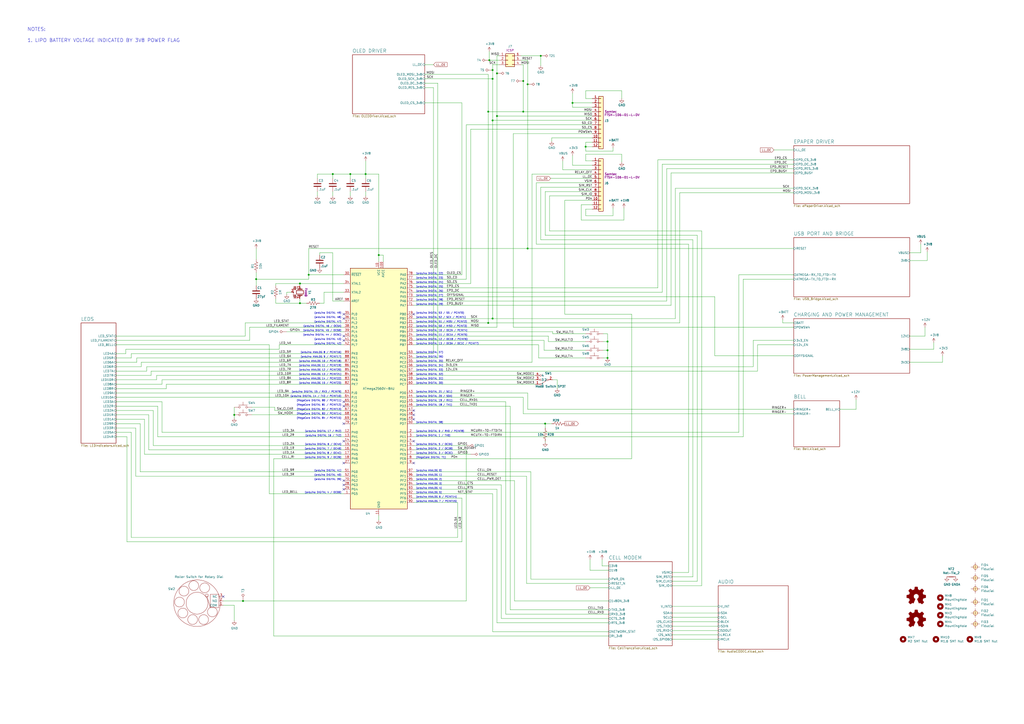
<source format=kicad_sch>
(kicad_sch (version 20211123) (generator eeschema)
  (paper "A2")
  (title_block (title "4G ROTARY CELLPHONE MAINBOARD") (company "J. Haupt") (comment 1 "Sky's Edge"))
  (junction (at 313.69 32.385))
  (junction (at 285.75 45.72))
  (junction (at 219.71 147.955))
  (junction (at 173.99 175.895))
  (junction (at 285.75 40.64))
  (junction (at 303.53 46.99))
  (junction (at 288.29 67.31))
  (junction (at 352.425 207.645))
  (junction (at 306.07 48.895))
  (junction (at 173.99 164.465))
  (junction (at 332.105 59.69))
  (junction (at 285.75 184.785))
  (junction (at 212.09 100.965))
  (junction (at 283.845 34.925))
  (junction (at 352.425 203.2))
  (junction (at 303.53 64.77))
  (junction (at 288.29 42.545))
  (junction (at 316.23 245.745))
  (junction (at 140.97 348.615))
  (junction (at 148.59 161.925))
  (junction (at 339.725 85.09))
  (junction (at 283.21 64.77))
  (junction (at 193.04 100.965))
  (junction (at 306.07 144.145))
  (junction (at 285.75 69.85))
  (junction (at 352.425 198.12))
  (junction (at 135.89 240.665))
  (junction (at 283.21 187.325))
  (junction (at 179.07 159.385))
  (junction (at 203.2 100.965))
  (no_connect (at 199.39 268.605))
  (no_connect (at 199.39 184.785))
  (no_connect (at 199.39 245.745))
  (no_connect (at 240.03 240.665))
  (no_connect (at 240.03 268.605))
  (no_connect (at 199.39 235.585))
  (no_connect (at 199.39 194.945))
  (no_connect (at 199.39 255.905))
  (no_connect (at 199.39 281.305))
  (no_connect (at 199.39 278.765))
  (no_connect (at 129.54 346.075))
  (no_connect (at 240.03 238.125))
  (no_connect (at 199.39 182.245))
  (no_connect (at 240.03 243.205))
  (no_connect (at 240.03 255.905))
  (no_connect (at 199.39 283.845))
  (no_connect (at 199.39 197.485))
  (no_connect (at 240.03 182.245))
  (no_connect (at 199.39 233.045))
  (wire (pts (xy 384.175 169.545) (xy 384.175 95.25)))
  (wire (pts (xy 407.035 339.725) (xy 389.89 339.725)))
  (wire (pts (xy 332.105 59.69) (xy 343.535 59.69)))
  (wire (pts (xy 240.03 220.345) (xy 310.515 220.345)))
  (wire (pts (xy 81.28 245.745) (xy 81.28 273.685)))
  (wire (pts (xy 148.59 150.495) (xy 148.59 144.145)))
  (wire (pts (xy 240.03 273.685) (xy 307.975 273.685)))
  (wire (pts (xy 240.03 233.045) (xy 293.37 233.045)))
  (wire (pts (xy 88.9 238.125) (xy 88.9 258.445)))
  (wire (pts (xy 240.03 187.325) (xy 283.21 187.325)))
  (wire (pts (xy 240.03 263.525) (xy 273.05 263.525)))
  (wire (pts (xy 536.575 194.945) (xy 536.575 189.865)))
  (wire (pts (xy 448.945 86.995) (xy 460.375 86.995)))
  (wire (pts (xy 416.56 355.6) (xy 389.89 355.6)))
  (wire (pts (xy 73.025 202.565) (xy 161.925 202.565)))
  (wire (pts (xy 414.655 206.375) (xy 460.375 206.375)))
  (wire (pts (xy 67.31 200.025) (xy 156.21 200.025)))
  (wire (pts (xy 327.66 116.205) (xy 327.66 182.245)))
  (wire (pts (xy 353.06 330.835) (xy 342.265 330.835)))
  (wire (pts (xy 355.6 87.63) (xy 355.6 85.725)))
  (wire (pts (xy 288.29 32.385) (xy 289.56 32.385)))
  (wire (pts (xy 212.09 113.665) (xy 212.09 111.125)))
  (wire (pts (xy 173.99 165.735) (xy 173.99 164.465)))
  (wire (pts (xy 90.805 217.805) (xy 199.39 217.805)))
  (wire (pts (xy 352.425 198.12) (xy 352.425 203.2)))
  (wire (pts (xy 240.03 258.445) (xy 270.51 258.445)))
  (wire (pts (xy 349.885 203.2) (xy 352.425 203.2)))
  (wire (pts (xy 343.535 64.77) (xy 303.53 64.77)))
  (wire (pts (xy 343.535 118.745) (xy 337.185 118.745)))
  (wire (pts (xy 323.215 220.345) (xy 320.675 220.345)))
  (wire (pts (xy 212.09 93.345) (xy 212.09 100.965)))
  (wire (pts (xy 173.99 175.895) (xy 177.8 175.895)))
  (wire (pts (xy 332.105 95.885) (xy 332.105 90.17)))
  (wire (pts (xy 240.03 278.765) (xy 298.45 278.765)))
  (wire (pts (xy 527.685 194.945) (xy 536.575 194.945)))
  (wire (pts (xy 81.915 212.725) (xy 67.31 212.725)))
  (wire (pts (xy 339.725 89.535) (xy 339.725 93.345)))
  (wire (pts (xy 160.02 175.895) (xy 173.99 175.895)))
  (wire (pts (xy 156.21 286.385) (xy 156.21 200.025)))
  (wire (pts (xy 79.375 207.645) (xy 199.39 207.645)))
  (wire (pts (xy 73.025 205.105) (xy 67.31 205.105)))
  (wire (pts (xy 76.2 205.105) (xy 76.2 207.645)))
  (wire (pts (xy 93.98 233.045) (xy 93.98 250.825)))
  (wire (pts (xy 240.03 192.405) (xy 320.675 192.405)))
  (wire (pts (xy 283.21 64.77) (xy 283.21 187.325)))
  (wire (pts (xy 283.21 187.325) (xy 394.335 187.325)))
  (wire (pts (xy 339.725 85.09) (xy 343.535 85.09)))
  (wire (pts (xy 352.425 193.675) (xy 352.425 198.12)))
  (wire (pts (xy 135.89 236.22) (xy 135.89 240.665)))
  (wire (pts (xy 144.78 197.485) (xy 144.78 189.865)))
  (wire (pts (xy 332.105 53.975) (xy 332.105 59.69)))
  (wire (pts (xy 313.69 32.385) (xy 302.26 32.385)))
  (wire (pts (xy 313.69 108.585) (xy 313.69 139.065)))
  (wire (pts (xy 199.39 263.525) (xy 83.82 263.525)))
  (wire (pts (xy 313.69 38.1) (xy 313.69 32.385)))
  (wire (pts (xy 135.89 351.155) (xy 129.54 351.155)))
  (wire (pts (xy 144.78 189.865) (xy 199.39 189.865)))
  (wire (pts (xy 158.75 266.065) (xy 158.75 368.935)))
  (wire (pts (xy 297.815 189.865) (xy 460.375 189.865)))
  (wire (pts (xy 76.2 205.105) (xy 199.39 205.105)))
  (wire (pts (xy 389.89 358.14) (xy 416.56 358.14)))
  (wire (pts (xy 386.715 174.625) (xy 386.715 97.79)))
  (wire (pts (xy 339.725 85.09) (xy 339.725 87.63)))
  (wire (pts (xy 254 48.26) (xy 254 207.645)))
  (wire (pts (xy 85.09 212.725) (xy 85.09 215.265)))
  (wire (pts (xy 146.05 240.665) (xy 199.39 240.665)))
  (wire (pts (xy 315.595 203.2) (xy 339.725 203.2)))
  (wire (pts (xy 339.725 57.15) (xy 339.725 52.705)))
  (wire (pts (xy 428.625 250.825) (xy 428.625 159.385)))
  (wire (pts (xy 353.06 353.695) (xy 295.91 353.695)))
  (wire (pts (xy 343.535 74.93) (xy 273.05 74.93)))
  (wire (pts (xy 240.03 164.465) (xy 273.05 164.465)))
  (wire (pts (xy 312.42 207.645) (xy 339.725 207.645)))
  (wire (pts (xy 87.63 215.265) (xy 87.63 217.805)))
  (wire (pts (xy 219.71 100.965) (xy 219.71 147.955)))
  (wire (pts (xy 85.09 215.265) (xy 67.31 215.265)))
  (wire (pts (xy 199.39 266.065) (xy 158.75 266.065)))
  (wire (pts (xy 273.05 74.93) (xy 273.05 164.465)))
  (wire (pts (xy 285.75 286.385) (xy 240.03 286.385)))
  (wire (pts (xy 86.36 240.665) (xy 86.36 260.985)))
  (wire (pts (xy 391.795 109.22) (xy 460.375 109.22)))
  (wire (pts (xy 78.74 248.285) (xy 67.31 248.285)))
  (wire (pts (xy 360.68 89.535) (xy 339.725 89.535)))
  (wire (pts (xy 303.53 230.505) (xy 303.53 240.03)))
  (wire (pts (xy 93.98 220.345) (xy 93.98 222.885)))
  (wire (pts (xy 78.74 276.225) (xy 199.39 276.225)))
  (wire (pts (xy 283.845 34.925) (xy 289.56 34.925)))
  (wire (pts (xy 159.385 236.22) (xy 146.05 236.22)))
  (wire (pts (xy 240.03 227.965) (xy 306.07 227.965)))
  (wire (pts (xy 76.2 207.645) (xy 67.31 207.645)))
  (wire (pts (xy 283.21 43.18) (xy 246.38 43.18)))
  (wire (pts (xy 179.07 144.145) (xy 306.07 144.145)))
  (wire (pts (xy 187.96 169.545) (xy 199.39 169.545)))
  (wire (pts (xy 326.39 93.345) (xy 326.39 98.425)))
  (wire (pts (xy 270.51 72.39) (xy 270.51 161.925)))
  (wire (pts (xy 318.135 194.945) (xy 318.135 198.12)))
  (wire (pts (xy 384.175 95.25) (xy 460.375 95.25)))
  (wire (pts (xy 76.2 250.825) (xy 67.31 250.825)))
  (wire (pts (xy 399.415 141.605) (xy 311.15 141.605)))
  (wire (pts (xy 343.535 67.31) (xy 288.29 67.31)))
  (wire (pts (xy 270.51 260.985) (xy 270.51 348.615)))
  (wire (pts (xy 436.88 212.725) (xy 436.88 197.485)))
  (wire (pts (xy 332.105 95.885) (xy 343.535 95.885)))
  (wire (pts (xy 240.03 174.625) (xy 386.715 174.625)))
  (wire (pts (xy 527.685 210.185) (xy 546.735 210.185)))
  (wire (pts (xy 83.82 243.205) (xy 83.82 263.525)))
  (wire (pts (xy 307.975 335.915) (xy 353.06 335.915)))
  (wire (pts (xy 343.535 103.505) (xy 319.405 103.505)))
  (wire (pts (xy 404.495 136.525) (xy 404.495 337.185)))
  (wire (pts (xy 308.61 100.965) (xy 308.61 210.185)))
  (wire (pts (xy 343.535 77.47) (xy 297.815 77.47)))
  (wire (pts (xy 240.03 194.945) (xy 318.135 194.945)))
  (wire (pts (xy 311.15 141.605) (xy 311.15 106.045)))
  (wire (pts (xy 320.675 192.405) (xy 320.675 193.675)))
  (wire (pts (xy 79.375 210.185) (xy 67.31 210.185)))
  (wire (pts (xy 342.265 330.835) (xy 342.265 324.485)))
  (wire (pts (xy 135.89 242.57) (xy 135.89 240.665)))
  (wire (pts (xy 251.46 50.8) (xy 246.38 50.8)))
  (wire (pts (xy 414.655 172.085) (xy 414.655 206.375)))
  (wire (pts (xy 343.535 57.15) (xy 339.725 57.15)))
  (wire (pts (xy 67.31 230.505) (xy 199.39 230.505)))
  (wire (pts (xy 187.96 175.895) (xy 187.96 169.545)))
  (wire (pts (xy 240.03 184.785) (xy 285.75 184.785)))
  (wire (pts (xy 142.24 187.325) (xy 199.39 187.325)))
  (wire (pts (xy 203.2 100.965) (xy 203.2 103.505)))
  (wire (pts (xy 416.56 360.68) (xy 389.89 360.68)))
  (wire (pts (xy 83.82 243.205) (xy 67.31 243.205)))
  (wire (pts (xy 534.035 141.605) (xy 534.035 146.685)))
  (wire (pts (xy 339.725 87.63) (xy 355.6 87.63)))
  (wire (pts (xy 76.2 311.785) (xy 76.2 250.825)))
  (wire (pts (xy 87.63 217.805) (xy 67.31 217.805)))
  (wire (pts (xy 270.51 72.39) (xy 343.535 72.39)))
  (wire (pts (xy 67.31 227.965) (xy 199.39 227.965)))
  (wire (pts (xy 349.885 198.12) (xy 352.425 198.12)))
  (wire (pts (xy 159.385 238.125) (xy 199.39 238.125)))
  (wire (pts (xy 326.39 98.425) (xy 343.535 98.425)))
  (wire (pts (xy 254 207.645) (xy 240.03 207.645)))
  (wire (pts (xy 240.03 215.265) (xy 439.42 215.265)))
  (wire (pts (xy 240.03 169.545) (xy 384.175 169.545)))
  (wire (pts (xy 166.37 169.545) (xy 168.91 169.545)))
  (wire (pts (xy 460.375 161.925) (xy 431.165 161.925)))
  (wire (pts (xy 320.04 80.01) (xy 343.535 80.01)))
  (wire (pts (xy 285.75 45.72) (xy 285.75 69.85)))
  (wire (pts (xy 343.535 116.205) (xy 327.66 116.205)))
  (wire (pts (xy 91.44 253.365) (xy 199.39 253.365)))
  (wire (pts (xy 339.725 93.345) (xy 343.535 93.345)))
  (wire (pts (xy 306.07 237.49) (xy 306.07 227.965)))
  (wire (pts (xy 310.515 222.885) (xy 240.03 222.885)))
  (wire (pts (xy 91.44 235.585) (xy 67.31 235.585)))
  (wire (pts (xy 96.52 225.425) (xy 67.31 225.425)))
  (wire (pts (xy 394.335 111.76) (xy 460.375 111.76)))
  (wire (pts (xy 293.37 233.045) (xy 293.37 356.235)))
  (wire (pts (xy 366.395 182.245) (xy 327.66 182.245)))
  (wire (pts (xy 240.03 266.065) (xy 366.395 266.065)))
  (wire (pts (xy 303.53 46.99) (xy 303.53 64.77)))
  (wire (pts (xy 142.24 187.325) (xy 142.24 194.945)))
  (wire (pts (xy 160.02 173.355) (xy 160.02 175.895)))
  (wire (pts (xy 285.75 40.64) (xy 285.75 37.465)))
  (wire (pts (xy 285.75 45.72) (xy 285.75 40.64)))
  (wire (pts (xy 81.28 273.685) (xy 199.39 273.685)))
  (wire (pts (xy 93.98 233.045) (xy 67.31 233.045)))
  (wire (pts (xy 67.31 197.485) (xy 144.78 197.485)))
  (wire (pts (xy 91.44 235.585) (xy 91.44 253.365)))
  (wire (pts (xy 222.25 147.955) (xy 219.71 147.955)))
  (wire (pts (xy 199.39 192.405) (xy 166.37 192.405)))
  (wire (pts (xy 436.88 197.485) (xy 460.375 197.485)))
  (wire (pts (xy 219.71 147.955) (xy 219.71 151.765)))
  (wire (pts (xy 349.25 328.295) (xy 353.06 328.295)))
  (wire (pts (xy 439.42 200.025) (xy 460.375 200.025)))
  (wire (pts (xy 193.04 100.965) (xy 193.04 103.505)))
  (wire (pts (xy 140.97 348.615) (xy 270.51 348.615)))
  (wire (pts (xy 240.03 177.165) (xy 389.255 177.165)))
  (wire (pts (xy 303.53 64.77) (xy 283.21 64.77)))
  (wire (pts (xy 288.29 42.545) (xy 288.29 32.385)))
  (wire (pts (xy 310.515 217.805) (xy 240.03 217.805)))
  (wire (pts (xy 352.425 203.2) (xy 352.425 207.645)))
  (wire (pts (xy 360.68 57.15) (xy 360.68 52.705)))
  (wire (pts (xy 158.75 368.935) (xy 353.06 368.935)))
  (wire (pts (xy 240.03 197.485) (xy 315.595 197.485)))
  (wire (pts (xy 135.89 351.155) (xy 135.89 360.045)))
  (wire (pts (xy 173.99 164.465) (xy 160.02 164.465)))
  (wire (pts (xy 320.04 81.915) (xy 320.04 80.01)))
  (wire (pts (xy 537.845 151.13) (xy 537.845 146.05)))
  (wire (pts (xy 355.6 120.65) (xy 355.6 125.095)))
  (wire (pts (xy 389.89 363.22) (xy 416.56 363.22)))
  (wire (pts (xy 87.63 215.265) (xy 199.39 215.265)))
  (wire (pts (xy 212.09 100.965) (xy 212.09 103.505)))
  (wire (pts (xy 270.51 161.925) (xy 240.03 161.925)))
  (wire (pts (xy 416.56 365.76) (xy 389.89 365.76)))
  (wire (pts (xy 81.915 210.185) (xy 81.915 212.725)))
  (wire (pts (xy 316.23 136.525) (xy 316.23 111.125)))
  (wire (pts (xy 240.03 276.225) (xy 305.435 276.225)))
  (wire (pts (xy 88.9 238.125) (xy 67.31 238.125)))
  (wire (pts (xy 96.52 222.885) (xy 96.52 225.425)))
  (wire (pts (xy 343.535 108.585) (xy 313.69 108.585)))
  (wire (pts (xy 391.795 184.785) (xy 391.795 109.22)))
  (wire (pts (xy 337.185 127.635) (xy 361.95 127.635)))
  (wire (pts (xy 527.685 202.565) (xy 541.655 202.565)))
  (wire (pts (xy 355.6 125.095) (xy 339.725 125.095)))
  (wire (pts (xy 240.03 159.385) (xy 267.97 159.385)))
  (wire (pts (xy 360.68 93.98) (xy 360.68 89.535)))
  (wire (pts (xy 431.165 161.925) (xy 431.165 253.365)))
  (wire (pts (xy 283.21 43.18) (xy 283.21 64.77)))
  (wire (pts (xy 179.07 159.385) (xy 179.07 144.145)))
  (wire (pts (xy 179.07 159.385) (xy 199.39 159.385)))
  (wire (pts (xy 267.97 59.69) (xy 267.97 159.385)))
  (wire (pts (xy 295.91 235.585) (xy 295.91 353.695)))
  (wire (pts (xy 129.54 348.615) (xy 140.97 348.615)))
  (wire (pts (xy 343.535 113.665) (xy 318.77 113.665)))
  (wire (pts (xy 361.95 127.635) (xy 361.95 120.65)))
  (wire (pts (xy 311.15 106.045) (xy 343.535 106.045)))
  (wire (pts (xy 85.09 212.725) (xy 199.39 212.725)))
  (wire (pts (xy 222.25 147.955) (xy 222.25 151.765)))
  (wire (pts (xy 381.635 167.005) (xy 381.635 92.71)))
  (wire (pts (xy 339.725 82.55) (xy 343.535 82.55)))
  (wire (pts (xy 312.42 200.025) (xy 312.42 207.645)))
  (wire (pts (xy 428.625 159.385) (xy 460.375 159.385)))
  (wire (pts (xy 219.71 299.085) (xy 219.71 301.625)))
  (wire (pts (xy 142.24 194.945) (xy 67.31 194.945)))
  (wire (pts (xy 240.03 250.825) (xy 428.625 250.825)))
  (wire (pts (xy 323.215 220.345) (xy 323.215 225.425)))
  (wire (pts (xy 285.75 69.85) (xy 285.75 184.785)))
  (wire (pts (xy 316.23 248.285) (xy 316.23 245.745)))
  (wire (pts (xy 79.375 207.645) (xy 79.375 210.185)))
  (wire (pts (xy 86.36 260.985) (xy 199.39 260.985)))
  (wire (pts (xy 285.75 45.72) (xy 246.38 45.72)))
  (wire (pts (xy 267.97 288.925) (xy 240.03 288.925)))
  (wire (pts (xy 254 48.26) (xy 246.38 48.26)))
  (wire (pts (xy 285.75 366.395) (xy 353.06 366.395)))
  (wire (pts (xy 199.39 174.625) (xy 193.04 174.625)))
  (wire (pts (xy 185.42 175.895) (xy 187.96 175.895)))
  (wire (pts (xy 193.04 146.685) (xy 185.42 146.685)))
  (wire (pts (xy 199.39 258.445) (xy 88.9 258.445)))
  (wire (pts (xy 389.89 370.84) (xy 416.56 370.84)))
  (wire (pts (xy 302.26 37.465) (xy 303.53 37.465)))
  (wire (pts (xy 148.59 161.925) (xy 148.59 165.735)))
  (wire (pts (xy 454.025 185.42) (xy 454.025 187.325)))
  (wire (pts (xy 297.815 77.47) (xy 297.815 189.865)))
  (wire (pts (xy 343.535 62.23) (xy 332.105 62.23)))
  (wire (pts (xy 353.06 358.775) (xy 290.83 358.775)))
  (wire (pts (xy 193.04 174.625) (xy 193.04 146.685)))
  (wire (pts (xy 407.035 133.985) (xy 407.035 339.725)))
  (wire (pts (xy 86.36 240.665) (xy 67.31 240.665)))
  (wire (pts (xy 267.97 59.69) (xy 246.38 59.69)))
  (wire (pts (xy 285.75 69.85) (xy 343.535 69.85)))
  (wire (pts (xy 93.98 222.885) (xy 67.31 222.885)))
  (wire (pts (xy 288.29 283.845) (xy 288.29 361.315)))
  (wire (pts (xy 339.725 125.095) (xy 339.725 121.285)))
  (wire (pts (xy 73.66 314.325) (xy 267.97 314.325)))
  (wire (pts (xy 416.56 368.3) (xy 389.89 368.3)))
  (wire (pts (xy 306.07 144.145) (xy 306.07 48.895)))
  (wire (pts (xy 246.38 37.465) (xy 251.46 37.465)))
  (wire (pts (xy 339.725 193.675) (xy 320.675 193.675)))
  (wire (pts (xy 240.03 212.725) (xy 436.88 212.725)))
  (wire (pts (xy 203.2 100.965) (xy 212.09 100.965)))
  (wire (pts (xy 349.885 193.675) (xy 352.425 193.675)))
  (wire (pts (xy 353.06 338.455) (xy 305.435 338.455)))
  (wire (pts (xy 184.15 103.505) (xy 184.15 100.965)))
  (wire (pts (xy 303.53 240.03) (xy 460.375 240.03)))
  (wire (pts (xy 366.395 266.065) (xy 366.395 182.245)))
  (wire (pts (xy 320.04 245.745) (xy 316.23 245.745)))
  (wire (pts (xy 316.23 111.125) (xy 343.535 111.125)))
  (wire (pts (xy 199.39 164.465) (xy 173.99 164.465)))
  (wire (pts (xy 283.845 29.845) (xy 283.845 34.925)))
  (wire (pts (xy 342.265 340.995) (xy 353.06 340.995)))
  (wire (pts (xy 148.59 161.925) (xy 179.07 161.925)))
  (wire (pts (xy 290.83 281.305) (xy 290.83 358.775)))
  (wire (pts (xy 298.45 348.615) (xy 298.45 278.765)))
  (wire (pts (xy 439.42 215.265) (xy 439.42 200.025)))
  (wire (pts (xy 401.955 334.645) (xy 389.89 334.645)))
  (wire (pts (xy 240.03 283.845) (xy 288.29 283.845)))
  (wire (pts (xy 267.97 314.325) (xy 267.97 288.925)))
  (wire (pts (xy 389.89 332.105) (xy 399.415 332.105)))
  (wire (pts (xy 184.15 111.125) (xy 184.15 113.665)))
  (wire (pts (xy 81.28 245.745) (xy 67.31 245.745)))
  (wire (pts (xy 90.805 217.805) (xy 90.805 220.345)))
  (wire (pts (xy 81.915 210.185) (xy 199.39 210.185)))
  (wire (pts (xy 386.715 97.79) (xy 460.375 97.79)))
  (wire (pts (xy 290.83 281.305) (xy 240.03 281.305)))
  (wire (pts (xy 212.09 100.965) (xy 219.71 100.965)))
  (wire (pts (xy 339.725 52.705) (xy 360.68 52.705)))
  (wire (pts (xy 527.685 151.13) (xy 537.845 151.13)))
  (wire (pts (xy 159.385 236.22) (xy 159.385 238.125)))
  (wire (pts (xy 313.69 139.065) (xy 401.955 139.065)))
  (wire (pts (xy 199.39 286.385) (xy 156.21 286.385)))
  (wire (pts (xy 332.105 59.69) (xy 332.105 62.23)))
  (wire (pts (xy 306.07 237.49) (xy 460.375 237.49)))
  (wire (pts (xy 401.955 139.065) (xy 401.955 334.645)))
  (wire (pts (xy 306.07 48.895) (xy 306.07 34.925)))
  (wire (pts (xy 78.74 276.225) (xy 78.74 248.285)))
  (wire (pts (xy 487.045 237.49) (xy 496.57 237.49)))
  (wire (pts (xy 337.185 118.745) (xy 337.185 127.635)))
  (wire (pts (xy 73.025 202.565) (xy 73.025 205.105)))
  (wire (pts (xy 240.03 253.365) (xy 431.165 253.365)))
  (wire (pts (xy 389.89 351.79) (xy 416.56 351.79)))
  (wire (pts (xy 240.03 245.745) (xy 316.23 245.745)))
  (wire (pts (xy 288.29 67.31) (xy 288.29 189.865)))
  (wire (pts (xy 285.75 366.395) (xy 285.75 286.385)))
  (wire (pts (xy 288.29 67.31) (xy 288.29 42.545)))
  (wire (pts (xy 308.61 100.965) (xy 343.535 100.965)))
  (wire (pts (xy 240.03 210.185) (xy 308.61 210.185)))
  (wire (pts (xy 534.035 146.685) (xy 527.685 146.685)))
  (wire (pts (xy 148.59 158.115) (xy 148.59 161.925)))
  (wire (pts (xy 160.02 164.465) (xy 160.02 165.735)))
  (wire (pts (xy 73.66 314.325) (xy 73.66 253.365)))
  (wire (pts (xy 349.885 207.645) (xy 352.425 207.645)))
  (wire (pts (xy 240.03 189.865) (xy 288.29 189.865)))
  (wire (pts (xy 546.735 206.375) (xy 546.735 210.185)))
  (wire (pts (xy 285.75 37.465) (xy 289.56 37.465)))
  (wire (pts (xy 193.04 100.965) (xy 203.2 100.965)))
  (wire (pts (xy 93.98 250.825) (xy 199.39 250.825)))
  (wire (pts (xy 339.725 85.09) (xy 339.725 82.55)))
  (wire (pts (xy 389.255 177.165) (xy 389.255 100.33)))
  (wire (pts (xy 404.495 136.525) (xy 316.23 136.525)))
  (wire (pts (xy 240.03 172.085) (xy 414.655 172.085)))
  (wire (pts (xy 240.03 230.505) (xy 303.53 230.505)))
  (wire (pts (xy 161.925 200.025) (xy 161.925 202.565)))
  (wire (pts (xy 90.805 220.345) (xy 67.31 220.345)))
  (wire (pts (xy 496.57 237.49) (xy 496.57 231.775)))
  (wire (pts (xy 399.415 332.105) (xy 399.415 141.605)))
  (wire (pts (xy 305.435 276.225) (xy 305.435 338.455)))
  (wire (pts (xy 161.925 200.025) (xy 199.39 200.025)))
  (wire (pts (xy 265.43 291.465) (xy 265.43 311.785)))
  (wire (pts (xy 288.29 361.315) (xy 353.06 361.315)))
  (wire (pts (xy 353.06 348.615) (xy 298.45 348.615)))
  (wire (pts (xy 240.03 260.985) (xy 270.51 260.985)))
  (wire (pts (xy 541.655 202.565) (xy 541.655 198.755)))
  (wire (pts (xy 199.39 222.885) (xy 96.52 222.885)))
  (wire (pts (xy 73.66 253.365) (xy 67.31 253.365)))
  (wire (pts (xy 203.2 113.665) (xy 203.2 111.125)))
  (wire (pts (xy 240.03 167.005) (xy 381.635 167.005)))
  (wire (pts (xy 193.04 111.125) (xy 193.04 113.665)))
  (wire (pts (xy 240.03 235.585) (xy 295.91 235.585)))
  (wire (pts (xy 240.03 291.465) (xy 265.43 291.465)))
  (wire (pts (xy 306.07 34.925) (xy 302.26 34.925)))
  (wire (pts (xy 251.46 50.8) (xy 251.46 205.105)))
  (wire (pts (xy 316.23 255.905) (xy 316.23 256.54)))
  (wire (pts (xy 318.77 133.985) (xy 407.035 133.985)))
  (wire (pts (xy 339.725 198.12) (xy 318.135 198.12)))
  (wire (pts (xy 306.07 144.145) (xy 460.375 144.145)))
  (wire (pts (xy 240.03 200.025) (xy 312.42 200.025)))
  (wire (pts (xy 173.99 173.355) (xy 173.99 175.895)))
  (wire (pts (xy 315.595 197.485) (xy 315.595 203.2)))
  (wire (pts (xy 185.42 146.685) (xy 185.42 147.955)))
  (wire (pts (xy 166.37 170.815) (xy 166.37 169.545)))
  (wire (pts (xy 389.255 100.33) (xy 460.375 100.33)))
  (wire (pts (xy 353.06 356.235) (xy 293.37 356.235)))
  (wire (pts (xy 251.46 205.105) (xy 240.03 205.105)))
  (wire (pts (xy 454.025 187.325) (xy 460.375 187.325)))
  (wire (pts (xy 349.25 324.485) (xy 349.25 328.295)))
  (wire (pts (xy 285.75 184.785) (xy 391.795 184.785)))
  (wire (pts (xy 303.53 37.465) (xy 303.53 46.99)))
  (wire (pts (xy 184.15 100.965) (xy 193.04 100.965)))
  (wire (pts (xy 307.975 273.685) (xy 307.975 335.915)))
  (wire (pts (xy 93.98 220.345) (xy 199.39 220.345)))
  (wire (pts (xy 381.635 92.71) (xy 460.375 92.71)))
  (wire (pts (xy 318.77 113.665) (xy 318.77 133.985)))
  (wire (pts (xy 389.89 337.185) (xy 404.495 337.185)))
  (wire (pts (xy 339.725 121.285) (xy 343.535 121.285)))
  (wire (pts (xy 179.07 161.925) (xy 179.07 159.385)))
  (wire (pts (xy 76.2 311.785) (xy 265.43 311.785)))
  (wire (pts (xy 394.335 187.325) (xy 394.335 111.76)))
  (text "(arduino DIGITAL 8 / OC4C)" (at 198.12 263.525 180) (effects (font (size 0.9906 0.9906)) (justify right bottom)))
  (text "(arduino DIGITAL 9 / OC2B)" (at 198.12 266.065 180) (effects (font (size 0.9906 0.9906)) (justify right bottom)))
  (text "(arduino DIGITAL 37)" (at 241.3 205.105 0) (effects (font (size 0.9906 0.9906)) (justify left bottom)))
  (text "(arduino DIGITAL 31)" (at 241.3 220.345 0) (effects (font (size 0.9906 0.9906)) (justify left bottom)))
  (text "(arduino DIGITAL 2 / OC3B)" (at 241.3 260.985 0) (effects (font (size 0.9906 0.9906)) (justify left bottom)))
  (text "(arduino DIGITAL 39)" (at 198.12 278.765 180) (effects (font (size 0.9906 0.9906)) (justify right bottom)))
  (text "(arduino DIGITAL 46 / OC5A)" (at 198.12 189.865 180) (effects (font (size 0.9906 0.9906)) (justify right bottom)))
  (text "(arduino DIGITAL 17 / RX2)" (at 198.12 250.825 180) (effects (font (size 0.9906 0.9906)) (justify right bottom)))
  (text "(arduino DIGITAL 34)" (at 241.3 212.725 0) (effects (font (size 0.9906 0.9906)) (justify left bottom)))
  (text "(arduino DIGITAL 53 / SS / PCINT0)" (at 241.3 182.245 0) (effects (font (size 0.9906 0.9906)) (justify left bottom)))
  (text "(arduino DIGITAL 52 / SCK / PCINT1)" (at 241.3 184.785 0) (effects (font (size 0.9906 0.9906)) (justify left bottom)))
  (text "(arduino DIGITAL 23)" (at 241.3 161.925 0) (effects (font (size 0.9906 0.9906)) (justify left bottom)))
  (text "(arduino DIGITAL 38)" (at 241.3 245.745 0) (effects (font (size 0.9906 0.9906)) (justify left bottom)))
  (text "(arduino ANALOG 10 / PCINT18)" (at 198.12 210.185 180) (effects (font (size 0.9906 0.9906)) (justify right bottom)))
  (text "(arduino ANALOG 15 / PCINT23)" (at 198.12 222.885 180) (effects (font (size 0.9906 0.9906)) (justify right bottom)))
  (text "(arduino DIGITAL 1 / TX0)" (at 241.3 253.365 0) (effects (font (size 0.9906 0.9906)) (justify left bottom)))
  (text "(arduino ANALOG 1)" (at 241.3 276.225 0) (effects (font (size 0.9906 0.9906)) (justify left bottom)))
  (text "(arduino DIGITAL 26)" (at 241.3 169.545 0) (effects (font (size 0.9906 0.9906)) (justify left bottom)))
  (text "(arduino DIGITAL 15 / RX3 / PCINT9)" (at 198.12 227.965 180) (effects (font (size 0.9906 0.9906)) (justify right bottom)))
  (text "(arduino DIGITAL 27)" (at 241.3 172.085 0) (effects (font (size 0.9906 0.9906)) (justify left bottom)))
  (text "(arduino DIGITAL 0 / RX0 / PCINT8)" (at 241.3 250.825 0) (effects (font (size 0.9906 0.9906)) (justify left bottom)))
  (text "(MegaCore DIGITAL 83 / PCINT14)" (at 198.12 240.665 180) (effects (font (size 0.9906 0.9906)) (justify right bottom)))
  (text "(arduino ANALOG 6 / PCINT14)" (at 241.3 288.925 0) (effects (font (size 0.9906 0.9906)) (justify left bottom)))
  (text "(arduino ANALOG 5)" (at 241.3 286.385 0) (effects (font (size 0.9906 0.9906)) (justify left bottom)))
  (text "(arduino ANALOG 12 / PCINT20)" (at 198.12 215.265 180) (effects (font (size 0.9906 0.9906)) (justify right bottom)))
  (text "(arduino DIGITAL 36)" (at 241.3 207.645 0) (effects (font (size 0.9906 0.9906)) (justify left bottom)))
  (text "(arduino ANALOG 4)" (at 241.3 283.845 0) (effects (font (size 0.9906 0.9906)) (justify left bottom)))
  (text "(arduino DIGITAL 44 / OC5C)" (at 198.12 194.945 180) (effects (font (size 0.9906 0.9906)) (justify right bottom)))
  (text "(arduino ANALOG 8 / PCINT16)" (at 198.12 205.105 180) (effects (font (size 0.9906 0.9906)) (justify right bottom)))
  (text "(arduino ANALOG 9 / PCINT17)" (at 198.12 207.645 180) (effects (font (size 0.9906 0.9906)) (justify right bottom)))
  (text "(arduino DIGITAL 29)" (at 241.3 177.165 0) (effects (font (size 0.9906 0.9906)) (justify left bottom)))
  (text "(arduino ANALOG 13 / PCINT21)" (at 198.12 217.805 180) (effects (font (size 0.9906 0.9906)) (justify right bottom)))
  (text "(arduino DIGITAL 19 / RX1)" (at 241.3 233.045 0) (effects (font (size 0.9906 0.9906)) (justify left bottom)))
  (text "(arduino ANALOG 3)" (at 241.3 281.305 0) (effects (font (size 0.9906 0.9906)) (justify left bottom)))
  (text "(arduino DIGITAL 33)" (at 241.3 215.265 0) (effects (font (size 0.9906 0.9906)) (justify left bottom)))
  (text "(MegaCore DIGITAL 71)" (at 241.3 266.065 0) (effects (font (size 0.9906 0.9906)) (justify left bottom)))
  (text "(MegaCore DIGITAL 80 / PCINT11)" (at 198.12 233.045 180) (effects (font (size 0.9906 0.9906)) (justify right bottom)))
  (text "(arduino DIGITAL 6 / OC4A)" (at 198.12 258.445 180) (effects (font (size 0.9906 0.9906)) (justify right bottom)))
  (text "(arduino DIGITAL 18 / TX1)" (at 241.3 235.585 0) (effects (font (size 0.9906 0.9906)) (justify left bottom)))
  (text "(arduino DIGITAL 35)" (at 241.3 210.185 0) (effects (font (size 0.9906 0.9906)) (justify left bottom)))
  (text "(MegaCore DIGITAL 82 / PCINT13)" (at 198.12 238.125 180) (effects (font (size 0.9906 0.9906)) (justify right bottom)))
  (text "(arduino DIGITAL 25)" (at 241.3 167.005 0) (effects (font (size 0.9906 0.9906)) (justify left bottom)))
  (text "(arduino DIGITAL 4 / OC0B)" (at 198.12 286.385 180) (effects (font (size 0.9906 0.9906)) (justify right bottom)))
  (text "(MegaCore DIGITAL 81 / PCINT12)" (at 198.12 235.585 180) (effects (font (size 0.9906 0.9906)) (justify right bottom)))
  (text "(arduino DIGITAL 24)" (at 241.3 164.465 0) (effects (font (size 0.9906 0.9906)) (justify left bottom)))
  (text "(arduino DIGITAL 3 / OC3C)" (at 241.3 263.525 0) (effects (font (size 0.9906 0.9906)) (justify left bottom)))
  (text "(arduino DIGITAL 41)" (at 198.12 273.685 180) (effects (font (size 0.9906 0.9906)) (justify right bottom)))
  (text "(arduino DIGITAL 14 / TX3 / PCINT10)" (at 198.12 230.505 180) (effects (font (size 0.9906 0.9906)) (justify right bottom)))
  (text "(arduino ANALOG 0)" (at 241.3 273.685 0) (effects (font (size 0.9906 0.9906)) (justify left bottom)))
  (text "(arduino ANALOG 11 / PCINT19)" (at 198.12 212.725 180) (effects (font (size 0.9906 0.9906)) (justify right bottom)))
  (text "(arduino DIGITAL 12 / OC1B / PCINT6)" (at 241.3 197.485 0) (effects (font (size 0.9906 0.9906)) (justify left bottom)))
  (text "(arduino DIGITAL 45 / OC5B)" (at 198.12 192.405 180) (effects (font (size 0.9906 0.9906)) (justify right bottom)))
  (text "(arduino DIGITAL 22)" (at 241.3 159.385 0) (effects (font (size 0.9906 0.9906)) (justify left bottom)))
  (text "(arduino ANALOG 7 / PCINT15)" (at 241.3 291.465 0) (effects (font (size 0.9906 0.9906)) (justify left bottom)))
  (text "(arduino DIGITAL 11 / OC1A / PCINT5)" (at 241.3 194.945 0) (effects (font (size 0.9906 0.9906)) (justify left bottom)))
  (text "NOTES:\n\n1. LIPO BATTERY VOLTAGE INDICATED BY 3V8 POWER FLAG" (at 15.875 24.765 0) (effects (font (size 2.0066 2.0066)) (justify left bottom)))
  (text "(arduino DIGITAL 32)" (at 241.3 217.805 0) (effects (font (size 0.9906 0.9906)) (justify left bottom)))
  (text "(arduino DIGITAL 10 / OC2A / PCINT4)" (at 241.3 192.405 0) (effects (font (size 0.9906 0.9906)) (justify left bottom)))
  (text "(arduino DIGITAL 49)" (at 198.12 182.245 180) (effects (font (size 0.9906 0.9906)) (justify right bottom)))
  (text "(arduino ANALOG 14 / PCINT22)" (at 198.12 220.345 180) (effects (font (size 0.9906 0.9906)) (justify right bottom)))
  (text "(arduino DIGITAL 7 / OC4B)" (at 198.12 260.985 180) (effects (font (size 0.9906 0.9906)) (justify right bottom)))
  (text "(arduino DIGITAL 48)" (at 198.12 184.785 180) (effects (font (size 0.9906 0.9906)) (justify right bottom)))
  (text "(arduino DIGITAL 47)" (at 198.12 187.325 180) (effects (font (size 0.9906 0.9906)) (justify right bottom)))
  (text "(arduino DIGITAL 28)" (at 241.3 174.625 0) (effects (font (size 0.9906 0.9906)) (justify left bottom)))
  (text "(arduino DIGITAL 16 / TX2)" (at 198.12 253.365 180) (effects (font (size 0.9906 0.9906)) (justify right bottom)))
  (text "(arduino DIGITAL 30)" (at 241.3 222.885 0) (effects (font (size 0.9906 0.9906)) (justify left bottom)))
  (text "(arduino DIGITAL 20 / SDA)" (at 241.3 230.505 0) (effects (font (size 0.9906 0.9906)) (justify left bottom)))
  (text "(arduino DIGITAL 40)" (at 198.12 276.225 180) (effects (font (size 0.9906 0.9906)) (justify right bottom)))
  (text "(arduino DIGITAL 21 / SCL)" (at 241.3 227.965 0) (effects (font (size 0.9906 0.9906)) (justify left bottom)))
  (text "(arduino ANALOG 2)" (at 241.3 278.765 0) (effects (font (size 0.9906 0.9906)) (justify left bottom)))
  (text "(arduino DIGITAL 13 / OC0A / OC1C / PCINT7)" (at 241.3 200.025 0) (effects (font (size 0.9906 0.9906)) (justify left bottom)))
  (text "(MegaCore DIGITAL 84 / PCINT15)" (at 198.12 243.205 180) (effects (font (size 0.9906 0.9906)) (justify right bottom)))
  (text "(arduino DIGITAL 50 / MISO / PCINT3)" (at 241.3 189.865 0) (effects (font (size 0.9906 0.9906)) (justify left bottom)))
  (text "(arduino DIGITAL 51 / MOSI / PCINT2)" (at 241.3 187.325 0) (effects (font (size 0.9906 0.9906)) (justify left bottom)))
  (text "(arduino DIGITAL 42)" (at 198.12 200.025 180) (effects (font (size 0.9906 0.9906)) (justify right bottom)))
  (text "(arduino DIGITAL 5 / OC3A)" (at 241.3 258.445 0) (effects (font (size 0.9906 0.9906)) (justify left bottom)))
  (text "(arduino DIGITAL 43)" (at 198.12 197.485 180) (effects (font (size 0.9906 0.9906)) (justify right bottom)))
  (label "LED_1A" (at 170.815 263.525 180))
  (label "LED_3A" (at 170.815 250.825 180))
  (label "EPD_CS" (at 259.08 167.005 0))
  (label "EPD_RESET" (at 457.2 97.79 180))
  (label "MOSI" (at 302.26 37.465 0))
  (label "CELL_CTS" (at 265.43 281.305 0))
  (label "OLED_CS" (at 259.08 159.385 0))
  (label "LED_1R" (at 170.815 260.985 180))
  (label "MOSI" (at 343.535 64.77 180))
  (label "MISO" (at 343.535 67.31 180))
  (label "CELL_ON" (at 276.86 273.685 0))
  (label "LED_5R" (at 168.91 205.105 180))
  (label "RELAY_OFF" (at 258.445 210.185 0))
  (label "LED_2A" (at 170.815 258.445 180))
  (label "GPIO1" (at 265.43 258.445 0))
  (label "CELL_PWR_DET" (at 276.86 278.765 0))
  (label "SD_CD" (at 343.535 72.39 180))
  (label "LED_2R" (at 170.815 253.365 180))
  (label "SW_HOOK" (at 170.18 240.665 180))
  (label "LED_7R" (at 168.91 215.265 180))
  (label "MOSI" (at 252.095 43.18 180))
  (label "SIM_IO" (at 343.535 113.665 180))
  (label "CELL_RXD" (at 340.995 356.235 0))
  (label "SW_MODE2" (at 299.72 220.345 0))
  (label "SW_MULTI2" (at 321.945 203.2 0))
  (label "SW_ROTARY" (at 265.43 260.985 0))
  (label "GPIO4" (at 173.99 192.405 180))
  (label "3v3_EN" (at 258.445 212.725 0))
  (label "LED_3R" (at 170.815 276.225 180))
  (label "RINGER-" (at 275.59 230.505 180))
  (label "AREF" (at 194.31 174.625 0))
  (label "POWSW4" (at 343.535 77.47 180))
  (label "CELL_RESET" (at 276.86 276.225 0))
  (label "OLED_DC" (at 254 155.575 90))
  (label "EPD_BUSY" (at 259.08 177.165 0))
  (label "RINGER+" (at 275.59 227.965 180))
  (label "OFFSIGNAL" (at 259.08 172.085 0))
  (label "NET_STAT" (at 265.43 286.385 0))
  (label "LED_6R" (at 168.91 210.185 180))
  (label "SCK" (at 343.535 69.85 180))
  (label "SIM_RST" (at 343.535 108.585 180))
  (label "SCK" (at 287.655 37.465 180))
  (label "MOSI" (at 273.05 187.325 0))
  (label "MISO" (at 273.05 189.865 0))
  (label "LED_FILAMENT" (at 167.64 189.865 180))
  (label "CELL_TXD" (at 340.995 353.695 0))
  (label "PDn" (at 343.535 116.205 180))
  (label "MISO" (at 289.56 32.385 180))
  (label "EPD_DC" (at 259.08 169.545 0))
  (label "PDn" (at 261.62 266.065 0))
  (label "MOSI" (at 454.025 111.76 0))
  (label "CELL_TXD1" (at 266.7 235.585 0))
  (label "VSIM" (at 343.535 106.045 180))
  (label "SW_MODE1" (at 299.72 217.805 0))
  (label "SW_MODE3" (at 299.72 222.885 0))
  (label "LED_9R" (at 170.815 273.685 180))
  (label "LED_10A" (at 167.64 230.505 180))
  (label "EPD_CS" (at 456.565 92.71 180))
  (label "LED_5A" (at 265.43 299.72 270))
  (label "MCURX-TO-FTDITX" (at 273.05 250.825 0))
  (label "RINGER+" (at 447.675 237.49 0))
  (label "LED_8R" (at 168.91 222.885 180))
  (label "RESET" (at 179.07 144.145 0))
  (label "GPIO3" (at 265.43 263.525 0))
  (label "LED_4A" (at 168.91 200.025 180))
  (label "12v_EN" (at 258.445 215.265 0))
  (label "SD_CS" (at 343.535 74.93 180))
  (label "SW_MULTI3" (at 321.945 198.12 0))
  (label "LED_6A" (at 168.91 207.645 180))
  (label "LED_4R" (at 267.97 306.705 90))
  (label "EPD_DC" (at 456.565 95.25 180))
  (label "RINGER-" (at 447.675 240.03 0))
  (label "SW_MULTI1" (at 322.58 193.675 0))
  (label "LED_BELL" (at 172.72 286.385 180))
  (label "SW_MULTI4" (at 321.945 207.645 0))
  (label "RELAY_OFF" (at 343.535 100.965 180))
  (label "LED_10R" (at 168.91 217.805 180))
  (label "LED_STAT" (at 167.64 187.325 180))
  (label "EPD_BUSY" (at 456.565 100.33 180))
  (label "CELL_RI" (at 170.815 266.065 180))
  (label "SW_CLEAR" (at 170.18 238.125 180))
  (label "LL_OE" (at 343.535 103.505 180))
  (label "SIM_CLK" (at 343.535 111.125 180))
  (label "SCK" (at 251.46 45.72 180))
  (label "OLED_RES" (at 251.46 155.575 90))
  (label "SCK" (at 273.05 184.785 0))
  (label "LED_8A" (at 168.91 220.345 180))
  (label "LED_7A" (at 168.91 212.725 180))
  (label "EPD_RESET" (at 259.08 174.625 0))
  (label "RESET" (at 302.895 34.925 0))
  (label "CELL_RXD1" (at 266.7 233.045 0))
  (label "CELL_RTS" (at 265.43 283.845 0))
  (label "SCK" (at 454.025 109.22 0))
  (label "LED_9A" (at 167.64 227.965 180))
  (label "SD_CS" (at 259.08 164.465 0))
  (label "MCUTX-TO-FTDIRX" (at 273.05 253.365 0))
  (label "SD_CD" (at 259.08 161.925 0))
  (global_label "LL_OE" (shape input) (at 319.405 103.505 180) (property "Intersheet References" "${INTERSHEET_REFS}" (effects hide)))
  (global_label "LL_OE" (shape input) (at 448.945 86.995 180) (property "Intersheet References" "${INTERSHEET_REFS}" (effects hide)))
  (global_label "LL_OE" (shape input) (at 251.46 37.465 0) (property "Intersheet References" "${INTERSHEET_REFS}" (effects hide)))
  (global_label "LL_OE" (shape output) (at 327.66 245.745 0) (property "Intersheet References" "${INTERSHEET_REFS}" (effects hide)))
  (global_label "LL_OE" (shape input) (at 342.265 340.995 180) (property "Intersheet References" "${INTERSHEET_REFS}" (effects hide)))
  (symbol (lib_id "Device:R_US") (at 148.59 154.305 180) (unit 1)
    (property "Reference" "R1" (at 146.558 154.305 90))
    (property "Value" "10k" (at 151.13 154.305 90))
    (property "Footprint" "Resistor_SMD:R_0603_1608Metric" (effects hide))
  )
  (symbol (lib_id "Device:Resonator") (at 173.99 169.545 270) (unit 1)
    (property "Reference" "Y1" (at 179.705 169.545 0))
    (property "Value" "8MHz Resonator" (effects hide))
    (property "Footprint" "MyFootprints:AWSCR-16.00CV-T" (effects hide))
    (property "Mfg. Name" "Abracon" (effects hide))
    (property "Mfg. Part No." "AWSCR-8.00CV-T" (effects hide))
    (property "Distrib. Name" "Digi-Key" (effects hide))
    (property "Distrib Part No." "535-10004-1-ND" (effects hide))
    (property "Label" "8MHz" (at 177.546 169.545 0))
  )
  (symbol (lib_id "power:GND") (at 166.37 170.815 0) (unit 1)
    (property "Reference" "#PWR03" (effects hide))
    (property "Value" "GND" (at 166.37 174.625 0))
  )
  (symbol (lib_id "Device:C") (at 148.59 169.545 0) (unit 1)
    (property "Reference" "C1" (at 149.225 167.005 0) (effects (justify left)))
    (property "Value" "27pF" (at 149.225 172.085 0) (effects (justify left)))
    (property "Footprint" "Capacitor_SMD:C_0603_1608Metric" (effects hide))
  )
  (symbol (lib_id "power:GND") (at 148.59 173.355 0) (unit 1)
    (property "Reference" "#PWR02" (effects hide))
    (property "Value" "GND" (at 148.59 177.165 0))
  )
  (symbol (lib_id "Device:C") (at 185.42 151.765 0) (unit 1)
    (property "Reference" "C2" (at 186.055 149.225 0) (effects (justify left)))
    (property "Value" ".1uF" (at 186.055 154.305 0) (effects (justify left)))
    (property "Footprint" "Capacitor_SMD:C_0603_1608Metric" (effects hide))
    (property "Distrib. Name" "Digi-Key" (effects hide))
    (property "Distrib Part No." "1276-1000-1-ND " (effects hide))
    (property "Label" "50V" (effects hide))
  )
  (symbol (lib_id "Device:R_US") (at 160.02 169.545 180) (unit 1)
    (property "Reference" "R2" (at 157.988 169.545 90))
    (property "Value" "1M" (at 162.56 169.545 90))
    (property "Footprint" "Resistor_SMD:R_0603_1608Metric" (effects hide))
    (property "Distrib. Name" "Digi-Key" (effects hide))
    (property "Distrib Part No." "311-1.00MHRCT-ND " (effects hide))
  )
  (symbol (lib_id "Device:R_US") (at 181.61 175.895 90) (unit 1)
    (property "Reference" "R3" (at 181.61 173.863 90))
    (property "Value" "27R" (at 181.61 178.435 90))
    (property "Footprint" "Resistor_SMD:R_0603_1608Metric" (effects hide))
    (property "Distrib. Name" "Digi-Key" (effects hide))
    (property "Distrib Part No." "RMCF0603JT27R0CT-ND " (effects hide))
  )
  (symbol (lib_id "power:GND") (at 203.2 113.665 0) (unit 1)
    (property "Reference" "#PWR06" (effects hide))
    (property "Value" "GND" (at 203.2 117.475 0))
  )
  (symbol (lib_id "Device:C") (at 184.15 107.315 0) (unit 1)
    (property "Reference" "C3" (at 184.785 104.775 0) (effects (justify left)))
    (property "Value" ".1uF" (at 184.785 109.855 0) (effects (justify left)))
    (property "Footprint" "Capacitor_SMD:C_0603_1608Metric" (effects hide))
    (property "Distrib. Name" "Digi-Key" (effects hide))
    (property "Distrib Part No." "1276-1000-1-ND " (effects hide))
    (property "Label" "50V" (effects hide))
  )
  (symbol (lib_id "power:GND") (at 219.71 301.625 0) (unit 1)
    (property "Reference" "#PWR05" (effects hide))
    (property "Value" "GND" (at 219.837 306.0192 0))
  )
  (symbol (lib_id "power:GND") (at 185.42 155.575 0) (unit 1)
    (property "Reference" "#PWR04" (effects hide))
    (property "Value" "GND" (at 181.61 156.845 0))
  )
  (symbol (lib_id "MyLibrary:Rotary_Dial") (at 114.3 349.885 90) (unit 1)
    (property "Reference" "SW2" (at 101.6 341.63 90) (effects (justify left)))
    (property "Value" "Roller Switch for Rotary Dial" (at 129.54 334.645 90) (effects (justify left)))
    (property "Footprint" "MyFootprints:LimitSwitch_D2F-01FL2-A1" (effects hide))
    (property "Datasheet" "https://media.digikey.com/pdf/Data%20Sheets/Omron%20PDFs/D2F_0318_DS.pdf" (effects hide))
    (property "Mfg. Name" "Omron" (effects hide))
    (property "Mfg. Part No." "D2F-01FL2-A1" (effects hide))
  )
  (symbol (lib_id "power:GND") (at 135.89 360.045 0) (unit 1)
    (property "Reference" "#PWR0101" (effects hide))
    (property "Value" "GND" (at 136.017 364.4392 0))
  )
  (symbol (lib_id "MyLibrary:SP3T") (at 315.595 220.345 180) (unit 1)
    (property "Reference" "SW1" (at 318.135 216.535 0))
    (property "Value" "Mode Switch SP3T" (at 319.405 224.155 0))
    (property "Footprint" "MyFootprints:SP3T_OS103011MA7QP1" (effects hide))
    (property "Mfg. Name" "C&K" (effects hide))
    (property "Mfg. Part No." "OS103011MA7QP1" (effects hide))
    (property "Distrib. Name" "DigiKey" (effects hide))
    (property "Distrib Part No." "CKN9561-ND" (effects hide))
    (property "Label" "Mode" (effects hide))
  )
  (symbol (lib_id "Switch:SW_Push") (at 344.805 193.675 0) (unit 1)
    (property "Reference" "SW3" (at 339.725 191.135 0))
    (property "Value" "Tactile Switch" (effects hide))
    (property "Footprint" "MyFootprints:TactileSwitch_Panasonic_EVQ-Q2Y03W" (effects hide))
    (property "Mfg. Name" "Panasonic" (effects hide))
    (property "Mfg. Part No." "EVQ-Q2Y03W " (effects hide))
    (property "Label" "SIG STRENGTH" (effects hide))
  )
  (symbol (lib_id "power:GND") (at 323.215 225.425 0) (unit 1)
    (property "Reference" "#PWR0109" (effects hide))
    (property "Value" "GND" (at 323.215 229.235 0))
  )
  (symbol (lib_id "Switch:SW_Push") (at 140.97 236.22 0) (mirror y) (unit 1)
    (property "Reference" "SW4" (at 146.05 233.68 0))
    (property "Value" "Tactile Switch" (effects hide))
    (property "Footprint" "MyFootprints:TactileSwitch_Panasonic_EVQ-Q2Y03W" (effects hide))
    (property "Label" "CLEAR" (effects hide))
    (property "Mfg. Name" "Panasonic" (effects hide))
    (property "Mfg. Part No." "EVQ-Q2Y03W " (effects hide))
  )
  (symbol (lib_id "RUSP_Mainboard-rescue:ATmega2560V-8AU-MCU_Microchip_ATmega-4GRotaryCellPhone-rescue-4GRCP_Mainboard-rescue") (at 219.71 225.425 0) (unit 1)
    (property "Reference" "U4" (at 213.36 297.815 0))
    (property "Value" "ATmega2560V-8AU" (at 219.71 225.425 0))
    (property "Footprint" "MyFootprints:ATmega2560_TQFP-100_14x14mm_P0.5mm" (effects hide))
    (property "Datasheet" "http://ww1.microchip.com/downloads/en/DeviceDoc/Atmel-2549-8-bit-AVR-Microcontroller-ATmega640-1280-1281-2560-2561_datasheet.pdf" (effects hide))
    (property "Distrib. Name" "Digi-Key" (effects hide))
    (property "Distrib Part No." "ATMEGA2560V-8AURCT-ND" (effects hide))
    (property "Mfg. Name" "Microchip Technology" (effects hide))
    (property "Mfg. Part No." "ATMEGA2560V-8AUR" (effects hide))
  )
  (symbol (lib_id "Mechanical:MountingHole") (at 545.465 351.79 0) (unit 1) (in_bom no)
    (property "Reference" "MH1" (at 548.005 350.6216 0) (effects (justify left)))
    (property "Value" "MountingHole" (at 548.005 352.933 0) (effects (justify left)))
    (property "Footprint" "MountingHole:MountingHole_2.2mm_M2" (effects hide))
  )
  (symbol (lib_id "MyLibrary:Fiducial") (at 565.785 328.93 0) (unit 1) (in_bom no)
    (property "Reference" "FID4" (at 569.0362 327.7616 0) (effects (justify left)))
    (property "Value" "Fiducial" (at 569.0362 330.073 0) (effects (justify left)))
    (property "Footprint" "Fiducial:Fiducial_0.75mm_Dia_1.5mm_Outer" (effects hide))
  )
  (symbol (lib_id "MyLibrary:Fiducial") (at 565.785 335.28 0) (unit 1) (in_bom no)
    (property "Reference" "FID5" (at 569.0362 334.1116 0) (effects (justify left)))
    (property "Value" "Fiducial" (at 569.0362 336.423 0) (effects (justify left)))
    (property "Footprint" "Fiducial:Fiducial_0.75mm_Dia_1.5mm_Outer" (effects hide))
  )
  (symbol (lib_id "MyLibrary:Fiducial") (at 565.785 341.63 0) (unit 1) (in_bom no)
    (property "Reference" "FID6" (at 569.0362 340.4616 0) (effects (justify left)))
    (property "Value" "Fiducial" (at 569.0362 342.773 0) (effects (justify left)))
    (property "Footprint" "Fiducial:Fiducial_0.75mm_Dia_1.5mm_Outer" (effects hide))
  )
  (symbol (lib_id "Graphic:Logo_Open_Hardware_Small") (at 531.495 346.075 0) (unit 1) (in_bom no)
    (property "Reference" "LOGO1" (effects hide))
    (property "Value" "Logo1" (effects hide))
    (property "Footprint" "MyFootprints:SkysEdge_21mm" (effects hide))
  )
  (symbol (lib_id "Graphic:Logo_Open_Hardware_Small") (at 531.495 359.41 0) (unit 1) (in_bom no)
    (property "Reference" "LOGO2" (effects hide))
    (property "Value" "Logo2" (effects hide))
    (property "Footprint" "MyFootprints:SkysEdge_18mm" (effects hide))
  )
  (symbol (lib_id "MyLibrary:Fiducial") (at 565.785 355.6 0) (unit 1) (in_bom no)
    (property "Reference" "FID2" (at 569.0362 354.4316 0) (effects (justify left)))
    (property "Value" "Fiducial" (at 569.0362 356.743 0) (effects (justify left)))
    (property "Footprint" "Fiducial:Fiducial_0.75mm_Dia_1.5mm_Outer" (effects hide))
  )
  (symbol (lib_id "MyLibrary:Fiducial") (at 565.785 349.25 0) (unit 1) (in_bom no)
    (property "Reference" "FID1" (at 569.0362 348.0816 0) (effects (justify left)))
    (property "Value" "Fiducial" (at 569.0362 350.393 0) (effects (justify left)))
    (property "Footprint" "Fiducial:Fiducial_0.75mm_Dia_1.5mm_Outer" (effects hide))
  )
  (symbol (lib_id "MyLibrary:Fiducial") (at 565.785 361.95 0) (unit 1) (in_bom no)
    (property "Reference" "FID3" (at 569.0362 360.7816 0) (effects (justify left)))
    (property "Value" "Fiducial" (at 569.0362 363.093 0) (effects (justify left)))
    (property "Footprint" "Fiducial:Fiducial_0.75mm_Dia_1.5mm_Outer" (effects hide))
  )
  (symbol (lib_id "power:+3V3") (at 546.735 206.375 0) (unit 1)
    (property "Reference" "#PWR0108" (effects hide))
    (property "Value" "+3V3" (at 547.116 201.9808 0))
  )
  (symbol (lib_id "power:+3V8") (at 212.09 93.345 0) (unit 1)
    (property "Reference" "#PWR0102" (effects hide))
    (property "Value" "+3V8" (at 212.471 88.9508 0))
  )
  (symbol (lib_id "power:+3V8") (at 148.59 144.145 0) (unit 1)
    (property "Reference" "#PWR0104" (effects hide))
    (property "Value" "+3V8" (at 148.971 139.7508 0))
  )
  (symbol (lib_id "power:VBUS") (at 534.035 141.605 0) (unit 1)
    (property "Reference" "#PWR0105" (effects hide))
    (property "Value" "VBUS" (at 534.416 137.2108 0))
  )
  (symbol (lib_id "power:+3V8") (at 541.655 198.755 0) (unit 1)
    (property "Reference" "#PWR0107" (effects hide))
    (property "Value" "+3V8" (at 542.036 194.3608 0))
  )
  (symbol (lib_id "Device:C") (at 193.04 107.315 0) (unit 1)
    (property "Reference" "C4" (at 193.675 104.775 0) (effects (justify left)))
    (property "Value" ".1uF" (at 193.675 109.855 0) (effects (justify left)))
    (property "Footprint" "Capacitor_SMD:C_0603_1608Metric" (effects hide))
    (property "Distrib. Name" "Digi-Key" (effects hide))
    (property "Distrib Part No." "1276-1000-1-ND " (effects hide))
    (property "Label" "50V" (effects hide))
  )
  (symbol (lib_id "Device:C") (at 203.2 107.315 0) (unit 1)
    (property "Reference" "C5" (at 203.835 104.775 0) (effects (justify left)))
    (property "Value" ".1uF" (at 203.835 109.855 0) (effects (justify left)))
    (property "Footprint" "Capacitor_SMD:C_0603_1608Metric" (effects hide))
    (property "Distrib. Name" "Digi-Key" (effects hide))
    (property "Distrib Part No." "1276-1000-1-ND " (effects hide))
    (property "Label" "50V" (effects hide))
  )
  (symbol (lib_id "Device:C") (at 212.09 107.315 0) (unit 1)
    (property "Reference" "C6" (at 212.725 104.775 0) (effects (justify left)))
    (property "Value" ".1uF" (at 212.725 109.855 0) (effects (justify left)))
    (property "Footprint" "Capacitor_SMD:C_0603_1608Metric" (effects hide))
    (property "Distrib. Name" "Digi-Key" (effects hide))
    (property "Distrib Part No." "1276-1000-1-ND " (effects hide))
    (property "Label" "50V" (effects hide))
  )
  (symbol (lib_id "power:+3V8") (at 349.25 324.485 0) (unit 1)
    (property "Reference" "#PWR0115" (effects hide))
    (property "Value" "+3V8" (at 349.631 320.0908 0))
  )
  (symbol (lib_id "power:GND") (at 212.09 113.665 0) (unit 1)
    (property "Reference" "#PWR0110" (effects hide))
    (property "Value" "GND" (at 212.09 117.475 0))
  )
  (symbol (lib_id "power:GND") (at 193.04 113.665 0) (unit 1)
    (property "Reference" "#PWR0111" (effects hide))
    (property "Value" "GND" (at 193.04 117.475 0))
  )
  (symbol (lib_id "power:GND") (at 184.15 113.665 0) (unit 1)
    (property "Reference" "#PWR0112" (effects hide))
    (property "Value" "GND" (at 184.15 117.475 0))
  )
  (symbol (lib_id "power:+12V") (at 536.575 189.865 0) (unit 1)
    (property "Reference" "#PWR0119" (effects hide))
    (property "Value" "+12V" (at 536.956 185.4708 0))
  )
  (symbol (lib_id "power:+12V") (at 496.57 231.775 0) (mirror y) (unit 1)
    (property "Reference" "#PWR0120" (effects hide))
    (property "Value" "+12V" (at 496.189 227.3808 0))
  )
  (symbol (lib_id "power:VBUS") (at 326.39 93.345 0) (unit 1)
    (property "Reference" "#PWR0103" (effects hide))
    (property "Value" "VBUS" (at 326.771 88.9508 0))
  )
  (symbol (lib_id "power:+3V8") (at 332.105 53.975 0) (unit 1)
    (property "Reference" "#PWR0144" (effects hide))
    (property "Value" "+3V8" (at 332.486 49.5808 0))
  )
  (symbol (lib_id "Switch:SW_Push") (at 344.805 198.12 0) (unit 1)
    (property "Reference" "SW5" (at 339.725 195.58 0))
    (property "Value" "Tactile Switch" (effects hide))
    (property "Footprint" "MyFootprints:TactileSwitch_Panasonic_EVQ-Q2Y03W" (effects hide))
    (property "Mfg. Name" "Panasonic" (effects hide))
    (property "Mfg. Part No." "EVQ-Q2Y03W " (effects hide))
    (property "Label" "SIG STRENGTH" (effects hide))
  )
  (symbol (lib_id "Switch:SW_Push") (at 344.805 203.2 0) (unit 1)
    (property "Reference" "SW6" (at 339.725 200.66 0))
    (property "Value" "Tactile Switch" (effects hide))
    (property "Footprint" "MyFootprints:TactileSwitch_Panasonic_EVQ-Q2Y03W" (effects hide))
    (property "Mfg. Name" "Panasonic" (effects hide))
    (property "Mfg. Part No." "EVQ-Q2Y03W " (effects hide))
    (property "Label" "SIG STRENGTH" (effects hide))
  )
  (symbol (lib_id "Switch:SW_Push") (at 344.805 207.645 0) (unit 1)
    (property "Reference" "SW8" (at 339.725 205.105 0))
    (property "Value" "Tactile Switch" (effects hide))
    (property "Footprint" "MyFootprints:TactileSwitch_Panasonic_EVQ-Q2Y03W" (effects hide))
    (property "Mfg. Name" "Panasonic" (effects hide))
    (property "Mfg. Part No." "EVQ-Q2Y03W " (effects hide))
    (property "Label" "SIG STRENGTH" (effects hide))
  )
  (symbol (lib_id "Switch:SW_Push") (at 140.97 240.665 0) (mirror y) (unit 1)
    (property "Reference" "SW7" (at 146.05 238.125 0))
    (property "Value" "Tactile Switch" (effects hide))
    (property "Footprint" "MyFootprints:TactileSwitch_Panasonic_EVQ-Q2Y03W" (effects hide))
    (property "Mfg. Name" "Panasonic" (effects hide))
    (property "Mfg. Part No." "EVQ-Q2Y03W " (effects hide))
    (property "Label" "HOOK" (effects hide))
  )
  (symbol (lib_id "power:GND") (at 360.68 93.98 0) (unit 1)
    (property "Reference" "#PWR0143" (effects hide))
    (property "Value" "GND" (at 360.68 97.79 0))
  )
  (symbol (lib_id "Connector_Generic:Conn_02x03_Counter_Clockwise") (at 294.64 34.925 0) (unit 1) (in_bom no)
    (property "Reference" "J7" (at 295.91 26.8732 0))
    (property "Value" "Conn_02x03_Counter_Clockwise" (effects hide))
    (property "Footprint" "MyFootprints:Tag-Connect_TC2030-IDC" (effects hide))
    (property "Mfg. Name" "Tag-Connect" (effects hide))
    (property "Mfg. Part No." "Mating Connector: TC2030-IDC " (effects hide))
    (property "Label" "ICSP" (at 295.91 29.1846 0))
  )
  (symbol (lib_id "power:+3V8") (at 283.845 29.845 0) (unit 1)
    (property "Reference" "#PWR0146" (effects hide))
    (property "Value" "+3V8" (at 284.226 25.4508 0))
  )
  (symbol (lib_id "power:GND") (at 313.69 38.1 0) (unit 1)
    (property "Reference" "#PWR0147" (effects hide))
    (property "Value" "GND" (at 313.69 41.91 0))
  )
  (symbol (lib_id "Connector_Generic:Conn_01x12") (at 348.615 106.045 0) (unit 1)
    (property "Reference" "J6" (at 350.647 106.2482 0) (effects (justify left)))
    (property "Value" "12p Male Samtec Connector" (effects hide))
    (property "Footprint" "MyFootprints:Samtec_2x6Header_FTSH-106-01-L-DV" (effects hide))
    (property "Mfg. Name" "Samtec" (at 354.33 100.965 0))
    (property "Mfg. Part No." "FTSH-106-01-L-DV " (at 361.315 102.87 0))
  )
  (symbol (lib_id "Connector:TestPoint_Alt") (at 288.29 42.545 270) (unit 1) (in_bom no)
    (property "Reference" "T6" (at 293.0652 42.545 90) (effects (justify left)))
    (property "Value" "TestPoint_Alt" (effects hide))
    (property "Footprint" "TestPoint:TestPoint_Pad_D1.5mm" (effects hide))
  )
  (symbol (lib_id "Connector:TestPoint_Alt") (at 140.97 348.615 0) (unit 1) (in_bom no)
    (property "Reference" "T3" (at 140.97 343.8398 90) (effects (justify left)))
    (property "Value" "TestPoint_Alt" (effects hide))
    (property "Footprint" "TestPoint:TestPoint_Pad_D1.5mm" (effects hide))
  )
  (symbol (lib_id "Device:Net-Tie_2") (at 551.815 334.645 0) (unit 1) (in_bom no)
    (property "Reference" "NT2" (at 551.815 330.0476 0))
    (property "Value" "Net-Tie_2" (at 551.815 332.359 0))
    (property "Footprint" "NetTie:NetTie-2_SMD_Pad0.5mm" (effects hide))
  )
  (symbol (lib_id "Connector:TestPoint_Alt") (at 285.75 40.64 90) (unit 1) (in_bom no)
    (property "Reference" "T5" (at 280.9748 40.64 90) (effects (justify left)))
    (property "Value" "TestPoint_Alt" (effects hide))
    (property "Footprint" "TestPoint:TestPoint_Pad_D1.5mm" (effects hide))
  )
  (symbol (lib_id "Connector:TestPoint_Alt") (at 283.845 34.925 90) (unit 1) (in_bom no)
    (property "Reference" "T4" (at 279.0698 34.925 90) (effects (justify left)))
    (property "Value" "TestPoint_Alt" (effects hide))
    (property "Footprint" "TestPoint:TestPoint_Pad_D1.5mm" (effects hide))
  )
  (symbol (lib_id "Connector:TestPoint_Alt") (at 306.07 48.895 270) (unit 1) (in_bom no)
    (property "Reference" "T8" (at 310.8452 48.895 90) (effects (justify left)))
    (property "Value" "TestPoint_Alt" (effects hide))
    (property "Footprint" "TestPoint:TestPoint_Pad_D1.5mm" (effects hide))
  )
  (symbol (lib_id "Connector:TestPoint_Alt") (at 303.53 46.99 90) (unit 1) (in_bom no)
    (property "Reference" "T7" (at 298.7548 46.99 90) (effects (justify left)))
    (property "Value" "TestPoint_Alt" (effects hide))
    (property "Footprint" "TestPoint:TestPoint_Pad_D1.5mm" (effects hide))
  )
  (symbol (lib_id "power:GND") (at 549.275 334.645 0) (unit 1)
    (property "Reference" "#PWR0160" (effects hide))
    (property "Value" "GND" (at 549.402 339.0392 0))
  )
  (symbol (lib_id "power:GNDA") (at 554.355 334.645 0) (unit 1)
    (property "Reference" "#PWR0161" (effects hide))
    (property "Value" "GNDA" (at 554.482 339.0392 0))
  )
  (symbol (lib_id "Connector:TestPoint_Alt") (at 313.69 32.385 270) (unit 1) (in_bom no)
    (property "Reference" "T21" (at 318.4652 32.385 90) (effects (justify left)))
    (property "Value" "TestPoint_Alt" (effects hide))
    (property "Footprint" "TestPoint:TestPoint_Pad_D1.5mm" (effects hide))
  )
  (symbol (lib_id "Connector:TestPoint_Alt") (at 166.37 192.405 90) (unit 1) (in_bom no)
    (property "Reference" "GPIO4" (at 158.75 192.405 90))
    (property "Value" "TestPoint_Alt" (effects hide))
    (property "Footprint" "TestPoint:TestPoint_Pad_1.0x1.0mm" (effects hide))
  )
  (symbol (lib_id "power:+BATT") (at 454.025 185.42 0) (unit 1)
    (property "Reference" "#PWR0131" (effects hide))
    (property "Value" "+BATT" (at 454.406 181.0258 0))
  )
  (symbol (lib_id "power:+BATT") (at 355.6 120.65 0) (unit 1)
    (property "Reference" "#PWR0139" (effects hide))
    (property "Value" "+BATT" (at 355.981 116.2558 0))
  )
  (symbol (lib_id "power:+BATT") (at 355.6 85.725 0) (unit 1)
    (property "Reference" "#PWR0141" (effects hide))
    (property "Value" "+BATT" (at 355.981 81.3308 0))
  )
  (symbol (lib_id "power:GND") (at 360.68 57.15 0) (unit 1)
    (property "Reference" "#PWR0145" (effects hide))
    (property "Value" "GND" (at 360.68 60.96 0))
  )
  (symbol (lib_id "power:+3V3") (at 332.105 90.17 0) (unit 1)
    (property "Reference" "#PWR0106" (effects hide))
    (property "Value" "+3V3" (at 332.486 85.7758 0))
  )
  (symbol (lib_id "Mechanical:MountingHole") (at 545.465 356.87 0) (unit 1) (in_bom no)
    (property "Reference" "MH3" (at 548.005 355.7016 0) (effects (justify left)))
    (property "Value" "MountingHole" (at 548.005 358.013 0) (effects (justify left)))
    (property "Footprint" "MountingHole:MountingHole_2.2mm_M2" (effects hide))
  )
  (symbol (lib_id "Mechanical:MountingHole") (at 545.465 361.95 0) (unit 1) (in_bom no)
    (property "Reference" "MH4" (at 548.005 360.7816 0) (effects (justify left)))
    (property "Value" "MountingHole" (at 548.005 363.093 0) (effects (justify left)))
    (property "Footprint" "MountingHole:MountingHole_2.2mm_M2" (effects hide))
  )
  (symbol (lib_id "Mechanical:MountingHole") (at 523.875 370.84 0) (unit 1)
    (property "Reference" "MH7" (at 526.415 369.6716 0) (effects (justify left)))
    (property "Value" "M2 SMT Nut" (at 526.415 371.983 0) (effects (justify left)))
    (property "Footprint" "MyFootprints:SMTSO-M2-3ET" (effects hide))
    (property "Mfg. Name" "PEM" (effects hide))
    (property "Mfg. Part No." "SMTSO-M2-3ET" (effects hide))
  )
  (symbol (lib_id "Mechanical:MountingHole") (at 545.465 346.71 0) (unit 1) (in_bom no)
    (property "Reference" "MH8" (at 548.005 345.5416 0) (effects (justify left)))
    (property "Value" "MountingHole" (at 548.005 347.853 0) (effects (justify left)))
    (property "Footprint" "MountingHole:MountingHole_2.2mm_M2" (effects hide))
  )
  (symbol (lib_id "Connector:TestPoint_Alt") (at 273.05 263.525 270) (unit 1) (in_bom no)
    (property "Reference" "GPIO3" (at 280.67 263.525 90))
    (property "Value" "TestPoint_Alt" (effects hide))
    (property "Footprint" "TestPoint:TestPoint_Pad_1.0x1.0mm" (effects hide))
  )
  (symbol (lib_id "Connector:TestPoint_Alt") (at 270.51 258.445 270) (unit 1) (in_bom no)
    (property "Reference" "GPIO1" (at 278.13 258.445 90))
    (property "Value" "TestPoint_Alt" (effects hide))
    (property "Footprint" "TestPoint:TestPoint_Pad_1.0x1.0mm" (effects hide))
  )
  (symbol (lib_id "power:GND") (at 320.04 81.915 0) (unit 1)
    (property "Reference" "#PWR0192" (effects hide))
    (property "Value" "GND" (at 320.04 85.725 0))
  )
  (symbol (lib_id "Mechanical:MountingHole") (at 562.61 370.84 0) (unit 1)
    (property "Reference" "MH9" (at 565.15 369.6716 0) (effects (justify left)))
    (property "Value" "M1.6 SMT Nut" (at 565.15 371.983 0) (effects (justify left)))
    (property "Footprint" "MyFootprints:SMTSO-M1.6-1ET" (effects hide))
    (property "Mfg. Name" "PEM" (effects hide))
    (property "Mfg. Part No." "SMTSO-M1.6-1ET" (effects hide))
  )
  (symbol (lib_id "Mechanical:MountingHole") (at 542.925 370.84 0) (unit 1)
    (property "Reference" "MH10" (at 545.465 369.6716 0) (effects (justify left)))
    (property "Value" "M1.6 SMT Nut" (at 545.465 371.983 0) (effects (justify left)))
    (property "Footprint" "MyFootprints:SMTSO-M1.6-1ET" (effects hide))
    (property "Mfg. Name" "PEM" (effects hide))
    (property "Mfg. Part No." "SMTSO-M1.6-1ET" (effects hide))
  )
  (symbol (lib_id "power:+1V8") (at 342.265 324.485 0) (unit 1)
    (property "Reference" "#PWR0206" (effects hide))
    (property "Value" "+1V8" (at 342.646 320.0908 0))
  )
  (symbol (lib_id "Connector_Generic:Conn_01x12") (at 348.615 69.85 0) (unit 1)
    (property "Reference" "J3" (at 350.647 70.0532 0) (effects (justify left)))
    (property "Value" "12p Male Samtec Connector" (effects hide))
    (property "Footprint" "MyFootprints:Samtec_2x6Header_FTSH-106-01-L-DV" (effects hide))
    (property "Mfg. Name" "Samtec" (at 354.33 64.77 0))
    (property "Mfg. Part No." "FTSH-106-01-L-DV " (at 361.315 66.675 0))
  )
  (symbol (lib_id "power:+1V8") (at 361.95 120.65 0) (unit 1)
    (property "Reference" "#PWR0207" (effects hide))
    (property "Value" "+1V8" (at 362.331 116.2558 0))
  )
  (symbol (lib_id "power:GND") (at 352.425 207.645 0) (unit 1)
    (property "Reference" "#PWR0168" (effects hide))
    (property "Value" "GND" (at 352.425 211.455 0))
  )
  (symbol (lib_id "power:GND") (at 135.89 242.57 0) (unit 1)
    (property "Reference" "#PWR0118" (effects hide))
    (property "Value" "GND" (at 135.89 246.38 0))
  )
  (symbol (lib_id "power:+3V8") (at 537.845 146.05 0) (unit 1)
    (property "Reference" "#PWR0148" (effects hide))
    (property "Value" "+3V8" (at 538.226 141.6558 0))
  )
  (symbol (lib_id "Device:R_US") (at 316.23 252.095 0) (unit 1)
    (property "Reference" "R28" (at 317.5 252.095 0) (effects (justify left)))
    (property "Value" "10k" (at 311.785 252.095 0) (effects (justify left)))
    (property "Footprint" "Resistor_SMD:R_0603_1608Metric" (effects hide))
  )
  (symbol (lib_id "power:GND") (at 316.23 256.54 0) (unit 1)
    (property "Reference" "#PWR0179" (effects hide))
    (property "Value" "GND" (at 316.357 260.9342 0))
  )
  (symbol (lib_id "Device:R_US") (at 323.85 245.745 90) (unit 1)
    (property "Reference" "R29" (at 324.485 243.84 90) (effects (justify left)))
    (property "Value" "1k" (at 324.485 248.285 90) (effects (justify left)))
    (property "Footprint" "Resistor_SMD:R_0603_1608Metric" (effects hide))
  )
  (sheet (at 460.375 137.795) (size 67.31 34.29)
    (property "Sheet name" "USB PORT AND BRIDGE" (at 460.375 136.7151 0) (effects (font (size 2.0066 2.0066)) (justify left bottom)))
    (property "Sheet file" "USB_Bridge.kicad_sch" (at 460.375 172.6696 0) (effects (justify left top)))
    (pin "VBUS" output (at 527.685 146.685 0))
    (pin "ATMEGA-RX_TO_FTDI-TX" output (at 460.375 159.385 180))
    (pin "ATMEGA-TX_TO_FTDI-RX" input (at 460.375 161.925 180))
    (pin "3V8" input (at 527.685 151.13 0))
    (pin "RESET" input (at 460.375 144.145 180))
  )
  (sheet (at 460.375 184.785) (size 67.31 31.75)
    (property "Sheet name" "CHARGING AND POWER MANAGEMENT" (at 460.375 183.7051 0) (effects (font (size 2.0066 2.0066)) (justify left bottom)))
    (property "Sheet file" "PowerManagement.kicad_sch" (at 460.375 217.1196 0) (effects (justify left top)))
    (pin "3V8" output (at 527.685 202.565 0))
    (pin "3v3_EN" input (at 460.375 197.485 180))
    (pin "3V3" output (at 527.685 210.185 0))
    (pin "OFFSIGNAL" output (at 460.375 206.375 180))
    (pin "12v_EN" input (at 460.375 200.025 180))
    (pin "12V" output (at 527.685 194.945 0))
    (pin "POWSW4" output (at 460.375 189.865 180))
    (pin "BATT" output (at 460.375 187.325 180))
  )
  (sheet (at 46.99 187.325) (size 20.32 69.85)
    (property "Sheet name" "LEDS" (at 46.99 186.2451 0) (effects (font (size 2.0066 2.0066)) (justify left bottom)))
    (property "Sheet file" "LEDIndicators.kicad_sch" (at 46.99 257.7596 0) (effects (justify left top)))
    (pin "LED_STAT" input (at 67.31 194.945 0))
    (pin "LED1A" input (at 67.31 243.205 0))
    (pin "LED2A" input (at 67.31 238.125 0))
    (pin "LED3A" input (at 67.31 233.045 0))
    (pin "LED4A" input (at 67.31 205.105 0))
    (pin "LED5A" input (at 67.31 250.825 0))
    (pin "LED6A" input (at 67.31 210.185 0))
    (pin "LED7A" input (at 67.31 215.265 0))
    (pin "LED8A" input (at 67.31 222.885 0))
    (pin "LED9A" input (at 67.31 227.965 0))
    (pin "LED10A" input (at 67.31 230.505 0))
    (pin "LED_FILAMENT" input (at 67.31 197.485 0))
    (pin "LED_BELL" input (at 67.31 200.025 0))
    (pin "LED2R" input (at 67.31 235.585 0))
    (pin "LED3R" input (at 67.31 248.285 0))
    (pin "LED4R" input (at 67.31 253.365 0))
    (pin "LED5R" input (at 67.31 207.645 0))
    (pin "LED8R" input (at 67.31 225.425 0))
    (pin "LED9R" input (at 67.31 245.745 0))
    (pin "LED6R" input (at 67.31 212.725 0))
    (pin "LED7R" input (at 67.31 217.805 0))
    (pin "LED1R" input (at 67.31 240.665 0))
    (pin "LED10R" input (at 67.31 220.345 0))
  )
  (sheet (at 353.06 325.755) (size 36.83 48.895)
    (property "Sheet name" "CELL MODEM" (at 353.06 324.6751 0) (effects (font (size 2.0066 2.0066)) (justify left bottom)))
    (property "Sheet file" "CellTranceiver.kicad_sch" (at 353.06 375.2346 0) (effects (justify left top)))
    (pin "PWR_ON" input (at 353.06 335.915 180))
    (pin "1v8ON_3v8" output (at 353.06 348.615 180))
    (pin "RESET_N" input (at 353.06 338.455 180))
    (pin "NETWORK_STAT" output (at 353.06 366.395 180))
    (pin "TXD_3v8" input (at 353.06 353.695 180))
    (pin "RXD_3v8" output (at 353.06 356.235 180))
    (pin "RTS_3v8" input (at 353.06 361.315 180))
    (pin "LL_OE" input (at 353.06 340.995 180))
    (pin "V_INT" output (at 389.89 351.79 0))
    (pin "I2S_TXD" output (at 389.89 363.22 0))
    (pin "I2S_RXD" input (at 389.89 365.76 0))
    (pin "I2S_CLK" output (at 389.89 360.68 0))
    (pin "I2S_WA" output (at 389.89 368.3 0))
    (pin "I2S_GPIO6" output (at 389.89 370.84 0))
    (pin "VSIM" output (at 389.89 332.105 0))
    (pin "SIM_RST" output (at 389.89 334.645 0))
    (pin "SIM_CLK" output (at 389.89 337.185 0))
    (pin "SIM_IO" bidirectional (at 389.89 339.725 0))
    (pin "CTS_3v8" output (at 353.06 358.775 180))
    (pin "1V8" output (at 353.06 330.835 180))
    (pin "3V8" output (at 353.06 328.295 180))
    (pin "RI_3v8" output (at 353.06 368.935 180))
    (pin "SCL" output (at 389.89 358.14 0))
    (pin "SDA" bidirectional (at 389.89 355.6 0))
  )
  (sheet (at 416.56 339.725) (size 40.64 36.83)
    (property "Sheet name" "AUDIO" (at 416.56 338.6451 0) (effects (font (size 2.0066 2.0066)) (justify left bottom)))
    (property "Sheet file" "AudioCODEC.kicad_sch" (at 416.56 377.1396 0) (effects (justify left top)))
    (pin "V_INT" input (at 416.56 351.79 180))
    (pin "SCL" input (at 416.56 358.14 180))
    (pin "SDIN" input (at 416.56 363.22 180))
    (pin "SDOUT" output (at 416.56 365.76 180))
    (pin "BLCK" input (at 416.56 360.68 180))
    (pin "LRCLK" input (at 416.56 368.3 180))
    (pin "MCLK" input (at 416.56 370.84 180))
    (pin "SDA" bidirectional (at 416.56 355.6 180))
  )
  (sheet (at 204.47 31.75) (size 41.91 34.29)
    (property "Sheet name" "OLED DRIVER" (at 204.47 30.6701 0) (effects (font (size 2.0066 2.0066)) (justify left bottom)))
    (property "Sheet file" "OLEDDriver.kicad_sch" (at 204.47 66.6246 0) (effects (justify left top)))
    (pin "LL_OE" input (at 246.38 37.465 0))
    (pin "OLED_MOSI_3v8" input (at 246.38 43.18 0))
    (pin "OLED_SCK_3v8" input (at 246.38 45.72 0))
    (pin "OLED_DC_3v8" input (at 246.38 48.26 0))
    (pin "OLED_CS_3v8" input (at 246.38 59.69 0))
    (pin "OLED_RES_3v8" input (at 246.38 50.8 0))
  )
  (sheet (at 460.375 232.41) (size 26.67 26.67)
    (property "Sheet name" "BELL" (at 460.375 231.3301 0) (effects (font (size 2.0066 2.0066)) (justify left bottom)))
    (property "Sheet file" "Bell.kicad_sch" (at 460.375 259.6646 0) (effects (justify left top)))
    (pin "BELL_V" input (at 487.045 237.49 0))
    (pin "RINGER+" input (at 460.375 237.49 180))
    (pin "RINGER-" input (at 460.375 240.03 180))
  )
  (sheet (at 460.375 84.455) (size 67.31 33.655)
    (property "Sheet name" "EPAPER DRIVER" (at 460.375 83.3751 0) (effects (font (size 2.0066 2.0066)) (justify left bottom)))
    (property "Sheet file" "ePaperDriver.kicad_sch" (at 460.375 118.6946 0) (effects (justify left top)))
    (pin "LL_OE" input (at 460.375 86.995 180))
    (pin "EPD_BUSY" output (at 460.375 100.33 180))
    (pin "EPD_MOSI_3v8" input (at 460.375 111.76 180))
    (pin "EPD_DC_3v8" input (at 460.375 95.25 180))
    (pin "EPD_CS_3v8" input (at 460.375 92.71 180))
    (pin "EPD_SCK_3v8" input (at 460.375 109.22 180))
    (pin "EPD_RES_3v8" input (at 460.375 97.79 180))
  )
)
</source>
